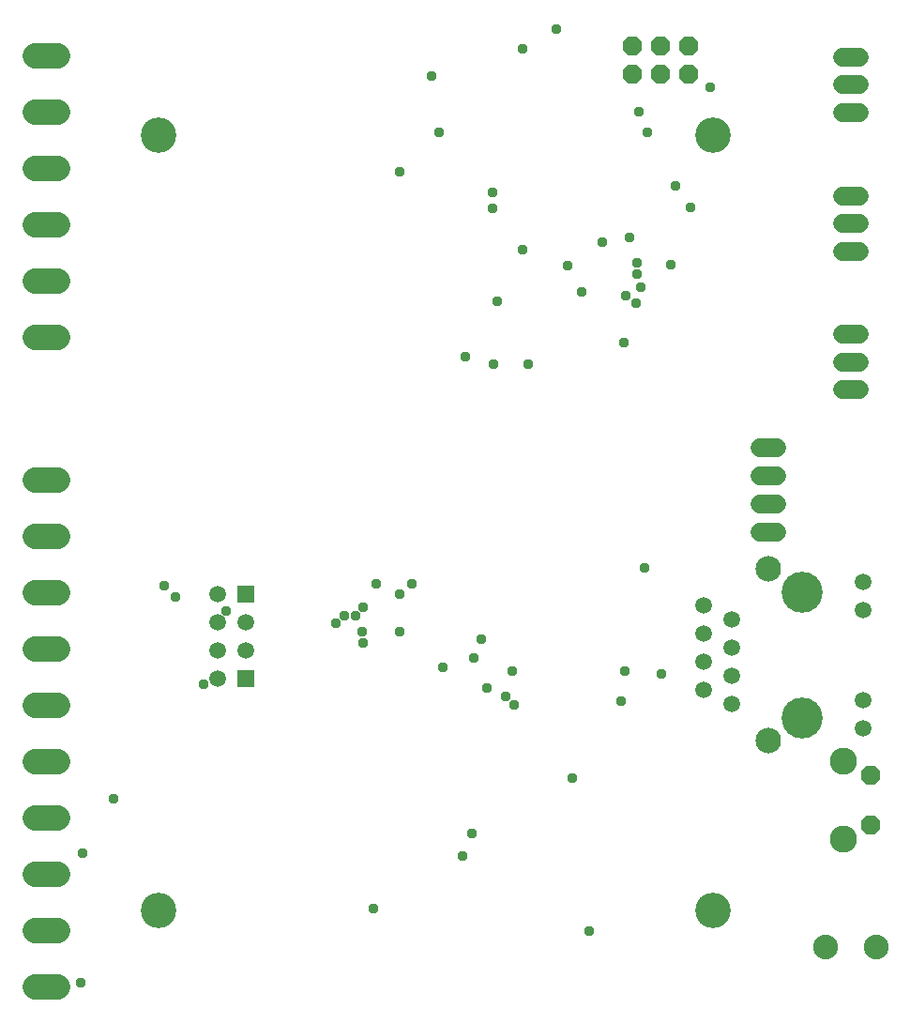
<source format=gbr>
G04 EAGLE Gerber RS-274X export*
G75*
%MOMM*%
%FSLAX34Y34*%
%LPD*%
%INSoldermask Bottom*%
%IPPOS*%
%AMOC8*
5,1,8,0,0,1.08239X$1,22.5*%
G01*
%ADD10C,3.203200*%
%ADD11C,2.235200*%
%ADD12R,1.511200X1.511200*%
%ADD13C,1.511200*%
%ADD14C,2.298700*%
%ADD15C,2.303200*%
%ADD16C,3.703200*%
%ADD17C,1.727200*%
%ADD18P,1.869504X8X112.500000*%
%ADD19C,2.451100*%
%ADD20P,1.852186X8X22.500000*%
%ADD21C,0.959600*%


D10*
X172500Y832500D03*
X672500Y832500D03*
X172500Y132500D03*
X672500Y132500D03*
D11*
X820000Y100000D03*
X774280Y100000D03*
D12*
X251125Y418250D03*
X251125Y342050D03*
D13*
X251125Y392850D03*
X251125Y367450D03*
X225725Y367450D03*
X225725Y392850D03*
X225725Y418250D03*
X225725Y342050D03*
D14*
X81278Y904500D02*
X60323Y904500D01*
X60323Y853700D02*
X81278Y853700D01*
X81278Y650500D02*
X60323Y650500D01*
X60323Y802900D02*
X81278Y802900D01*
X81278Y752100D02*
X60323Y752100D01*
X60323Y701300D02*
X81278Y701300D01*
D15*
X722700Y285750D03*
X722700Y440650D03*
D13*
X808400Y429450D03*
X808400Y404050D03*
X808400Y322350D03*
X808400Y296950D03*
X664300Y407600D03*
X664300Y382200D03*
X664300Y356800D03*
X664300Y331400D03*
X689700Y395000D03*
X689700Y369600D03*
X689700Y344200D03*
X689700Y318800D03*
D16*
X753000Y306200D03*
X753000Y420200D03*
D17*
X730120Y550600D02*
X714880Y550600D01*
X714880Y525200D02*
X730120Y525200D01*
X730120Y499800D02*
X714880Y499800D01*
X714880Y474400D02*
X730120Y474400D01*
D18*
X814946Y209894D03*
X814946Y255106D03*
D19*
X790054Y197448D03*
X790054Y267552D03*
D17*
X789880Y652500D02*
X805120Y652500D01*
X805120Y627500D02*
X789880Y627500D01*
X789880Y602500D02*
X805120Y602500D01*
X805120Y777500D02*
X789880Y777500D01*
X789880Y752500D02*
X805120Y752500D01*
X805120Y727500D02*
X789880Y727500D01*
X789880Y902500D02*
X805120Y902500D01*
X805120Y877500D02*
X789880Y877500D01*
X789880Y852500D02*
X805120Y852500D01*
D14*
X81278Y521100D02*
X60323Y521100D01*
X60323Y470300D02*
X81278Y470300D01*
X81278Y63900D02*
X60323Y63900D01*
X60323Y419500D02*
X81278Y419500D01*
X81278Y368700D02*
X60323Y368700D01*
X60323Y114700D02*
X81278Y114700D01*
X81278Y317900D02*
X60323Y317900D01*
X60323Y267100D02*
X81278Y267100D01*
X81278Y165500D02*
X60323Y165500D01*
X60323Y216300D02*
X81278Y216300D01*
D20*
X599600Y887300D03*
X599600Y912700D03*
X625000Y887300D03*
X625000Y912700D03*
X650400Y887300D03*
X650400Y912700D03*
D21*
X213285Y336765D03*
X233695Y403098D03*
X389831Y799052D03*
X425549Y834769D03*
X463307Y377585D03*
X638833Y786806D03*
X356155Y384729D03*
X389831Y384729D03*
X389831Y418405D03*
X501066Y728637D03*
X187772Y415344D03*
X177567Y425549D03*
X591890Y644956D03*
X357175Y406159D03*
X603116Y680674D03*
X593931Y687817D03*
X634751Y715371D03*
X449020Y632710D03*
X606177Y853138D03*
X545968Y252064D03*
X357175Y374524D03*
X670469Y875589D03*
X613321Y834769D03*
X350032Y399016D03*
X652100Y767416D03*
X401057Y427590D03*
X368401Y427590D03*
X339827Y399016D03*
X596993Y739863D03*
X418405Y885794D03*
X531681Y927635D03*
X457184Y360237D03*
X428610Y352073D03*
X455143Y202059D03*
X366360Y134706D03*
X446979Y181649D03*
X561275Y114296D03*
X332683Y391872D03*
X611280Y441877D03*
X491881Y349011D03*
X592911Y349011D03*
X468410Y333704D03*
X626587Y345950D03*
X485758Y325540D03*
X589849Y321458D03*
X492902Y318396D03*
X604136Y707207D03*
X104091Y184711D03*
X474533Y625567D03*
X506168Y625567D03*
X131645Y233695D03*
X477594Y682715D03*
X554132Y690879D03*
X102050Y67353D03*
X572501Y735781D03*
X501066Y910286D03*
X604136Y717412D03*
X541886Y714350D03*
X473512Y766396D03*
X473512Y780683D03*
X607198Y694961D03*
M02*

</source>
